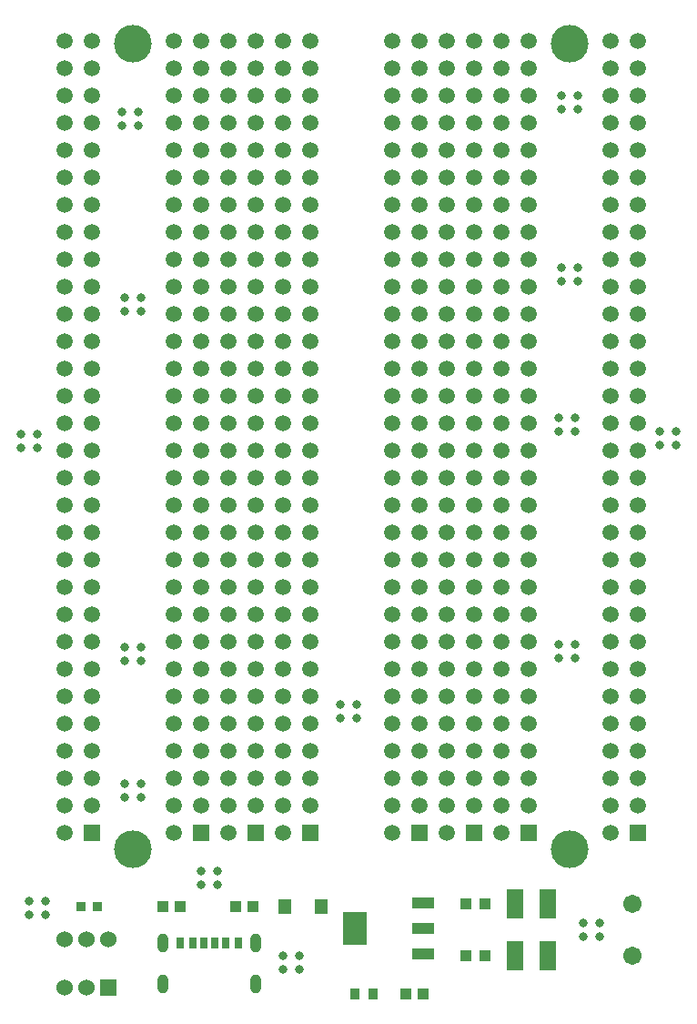
<source format=gts>
G04*
G04 #@! TF.GenerationSoftware,Altium Limited,Altium Designer,21.3.2 (30)*
G04*
G04 Layer_Color=8388736*
%FSLAX25Y25*%
%MOIN*%
G70*
G04*
G04 #@! TF.SameCoordinates,2023AB48-87E7-4F87-960C-B21D90223C06*
G04*
G04*
G04 #@! TF.FilePolarity,Negative*
G04*
G01*
G75*
%ADD17R,0.06437X0.10630*%
%ADD18C,0.05906*%
%ADD19R,0.03937X0.04331*%
%ADD20R,0.04724X0.05512*%
%ADD21R,0.03543X0.03937*%
%ADD22R,0.08000X0.04000*%
%ADD23R,0.09000X0.12000*%
%ADD24R,0.03175X0.03402*%
%ADD25R,0.03150X0.03937*%
%ADD26C,0.06709*%
%ADD27R,0.05906X0.05906*%
%ADD28C,0.13780*%
%ADD29R,0.06000X0.06000*%
%ADD30C,0.06000*%
%ADD31O,0.03937X0.07087*%
%ADD32C,0.03150*%
D17*
X198000Y21000D02*
D03*
X186051D02*
D03*
X197949Y40000D02*
D03*
X186000D02*
D03*
D18*
X81000Y306000D02*
D03*
X91000D02*
D03*
X81000Y296000D02*
D03*
X91000D02*
D03*
X81000Y286000D02*
D03*
X91000D02*
D03*
X81000Y276000D02*
D03*
X91000D02*
D03*
X81000Y266000D02*
D03*
X91000D02*
D03*
X81000Y256000D02*
D03*
X91000D02*
D03*
X81000Y246000D02*
D03*
X91000D02*
D03*
X81000Y236000D02*
D03*
X91000D02*
D03*
X81000Y226000D02*
D03*
X91000D02*
D03*
X81000Y216000D02*
D03*
X91000D02*
D03*
X81000Y206000D02*
D03*
X91000D02*
D03*
X81000Y196000D02*
D03*
X91000D02*
D03*
X81000Y186000D02*
D03*
X91000D02*
D03*
X81000Y176000D02*
D03*
X91000D02*
D03*
X81000Y166000D02*
D03*
X91000D02*
D03*
X81000Y156000D02*
D03*
X91000D02*
D03*
X81000Y146000D02*
D03*
X91000D02*
D03*
X81000Y136000D02*
D03*
X91000D02*
D03*
X81000Y126000D02*
D03*
X91000D02*
D03*
X81000Y116000D02*
D03*
X91000D02*
D03*
X81000Y106000D02*
D03*
X91000D02*
D03*
X81000Y96000D02*
D03*
X91000D02*
D03*
X81000Y86000D02*
D03*
X91000D02*
D03*
X81000Y76000D02*
D03*
X91000D02*
D03*
X81000Y66000D02*
D03*
Y356000D02*
D03*
X91000D02*
D03*
X81000Y346000D02*
D03*
X91000D02*
D03*
X81000Y336000D02*
D03*
X91000D02*
D03*
X81000Y326000D02*
D03*
X91000D02*
D03*
X81000Y316000D02*
D03*
X91000D02*
D03*
X231000D02*
D03*
X221000D02*
D03*
X231000Y326000D02*
D03*
X221000D02*
D03*
X231000Y336000D02*
D03*
X221000D02*
D03*
X231000Y346000D02*
D03*
X221000D02*
D03*
X231000Y356000D02*
D03*
X221000D02*
D03*
Y66000D02*
D03*
X231000Y76000D02*
D03*
X221000D02*
D03*
X231000Y86000D02*
D03*
X221000D02*
D03*
X231000Y96000D02*
D03*
X221000D02*
D03*
X231000Y106000D02*
D03*
X221000D02*
D03*
X231000Y116000D02*
D03*
X221000D02*
D03*
X231000Y126000D02*
D03*
X221000D02*
D03*
X231000Y136000D02*
D03*
X221000D02*
D03*
X231000Y146000D02*
D03*
X221000D02*
D03*
X231000Y156000D02*
D03*
X221000D02*
D03*
X231000Y166000D02*
D03*
X221000D02*
D03*
X231000Y176000D02*
D03*
X221000D02*
D03*
X231000Y186000D02*
D03*
X221000D02*
D03*
X231000Y196000D02*
D03*
X221000D02*
D03*
X231000Y206000D02*
D03*
X221000D02*
D03*
X231000Y216000D02*
D03*
X221000D02*
D03*
X231000Y226000D02*
D03*
X221000D02*
D03*
X231000Y236000D02*
D03*
X221000D02*
D03*
X231000Y246000D02*
D03*
X221000D02*
D03*
X231000Y256000D02*
D03*
X221000D02*
D03*
X231000Y266000D02*
D03*
X221000D02*
D03*
X231000Y276000D02*
D03*
X221000D02*
D03*
X231000Y286000D02*
D03*
X221000D02*
D03*
X231000Y296000D02*
D03*
X221000D02*
D03*
X231000Y306000D02*
D03*
X221000D02*
D03*
X191000Y316000D02*
D03*
X181000D02*
D03*
X191000Y326000D02*
D03*
X181000D02*
D03*
X191000Y336000D02*
D03*
X181000D02*
D03*
X191000Y346000D02*
D03*
X181000D02*
D03*
X191000Y356000D02*
D03*
X181000D02*
D03*
Y66000D02*
D03*
X191000Y76000D02*
D03*
X181000D02*
D03*
X191000Y86000D02*
D03*
X181000D02*
D03*
X191000Y96000D02*
D03*
X181000D02*
D03*
X191000Y106000D02*
D03*
X181000D02*
D03*
X191000Y116000D02*
D03*
X181000D02*
D03*
X191000Y126000D02*
D03*
X181000D02*
D03*
X191000Y136000D02*
D03*
X181000D02*
D03*
X191000Y146000D02*
D03*
X181000D02*
D03*
X191000Y156000D02*
D03*
X181000D02*
D03*
X191000Y166000D02*
D03*
X181000D02*
D03*
X191000Y176000D02*
D03*
X181000D02*
D03*
X191000Y186000D02*
D03*
X181000D02*
D03*
X191000Y196000D02*
D03*
X181000D02*
D03*
X191000Y206000D02*
D03*
X181000D02*
D03*
X191000Y216000D02*
D03*
X181000D02*
D03*
X191000Y226000D02*
D03*
X181000D02*
D03*
X191000Y236000D02*
D03*
X181000D02*
D03*
X191000Y246000D02*
D03*
X181000D02*
D03*
X191000Y256000D02*
D03*
X181000D02*
D03*
X191000Y266000D02*
D03*
X181000D02*
D03*
X191000Y276000D02*
D03*
X181000D02*
D03*
X191000Y286000D02*
D03*
X181000D02*
D03*
X191000Y296000D02*
D03*
X181000D02*
D03*
X191000Y306000D02*
D03*
X181000D02*
D03*
X171000Y316000D02*
D03*
X161000D02*
D03*
X171000Y326000D02*
D03*
X161000D02*
D03*
X171000Y336000D02*
D03*
X161000D02*
D03*
X171000Y346000D02*
D03*
X161000D02*
D03*
X171000Y356000D02*
D03*
X161000D02*
D03*
Y66000D02*
D03*
X171000Y76000D02*
D03*
X161000D02*
D03*
X171000Y86000D02*
D03*
X161000D02*
D03*
X171000Y96000D02*
D03*
X161000D02*
D03*
X171000Y106000D02*
D03*
X161000D02*
D03*
X171000Y116000D02*
D03*
X161000D02*
D03*
X171000Y126000D02*
D03*
X161000D02*
D03*
X171000Y136000D02*
D03*
X161000D02*
D03*
X171000Y146000D02*
D03*
X161000D02*
D03*
X171000Y156000D02*
D03*
X161000D02*
D03*
X171000Y166000D02*
D03*
X161000D02*
D03*
X171000Y176000D02*
D03*
X161000D02*
D03*
X171000Y186000D02*
D03*
X161000D02*
D03*
X171000Y196000D02*
D03*
X161000D02*
D03*
X171000Y206000D02*
D03*
X161000D02*
D03*
X171000Y216000D02*
D03*
X161000D02*
D03*
X171000Y226000D02*
D03*
X161000D02*
D03*
X171000Y236000D02*
D03*
X161000D02*
D03*
X171000Y246000D02*
D03*
X161000D02*
D03*
X171000Y256000D02*
D03*
X161000D02*
D03*
X171000Y266000D02*
D03*
X161000D02*
D03*
X171000Y276000D02*
D03*
X161000D02*
D03*
X171000Y286000D02*
D03*
X161000D02*
D03*
X171000Y296000D02*
D03*
X161000D02*
D03*
X171000Y306000D02*
D03*
X161000D02*
D03*
X151000Y316000D02*
D03*
X141000D02*
D03*
X151000Y326000D02*
D03*
X141000D02*
D03*
X151000Y336000D02*
D03*
X141000D02*
D03*
X151000Y346000D02*
D03*
X141000D02*
D03*
X151000Y356000D02*
D03*
X141000D02*
D03*
Y66000D02*
D03*
X151000Y76000D02*
D03*
X141000D02*
D03*
X151000Y86000D02*
D03*
X141000D02*
D03*
X151000Y96000D02*
D03*
X141000D02*
D03*
X151000Y106000D02*
D03*
X141000D02*
D03*
X151000Y116000D02*
D03*
X141000D02*
D03*
X151000Y126000D02*
D03*
X141000D02*
D03*
X151000Y136000D02*
D03*
X141000D02*
D03*
X151000Y146000D02*
D03*
X141000D02*
D03*
X151000Y156000D02*
D03*
X141000D02*
D03*
X151000Y166000D02*
D03*
X141000D02*
D03*
X151000Y176000D02*
D03*
X141000D02*
D03*
X151000Y186000D02*
D03*
X141000D02*
D03*
X151000Y196000D02*
D03*
X141000D02*
D03*
X151000Y206000D02*
D03*
X141000D02*
D03*
X151000Y216000D02*
D03*
X141000D02*
D03*
X151000Y226000D02*
D03*
X141000D02*
D03*
X151000Y236000D02*
D03*
X141000D02*
D03*
X151000Y246000D02*
D03*
X141000D02*
D03*
X151000Y256000D02*
D03*
X141000D02*
D03*
X151000Y266000D02*
D03*
X141000D02*
D03*
X151000Y276000D02*
D03*
X141000D02*
D03*
X151000Y286000D02*
D03*
X141000D02*
D03*
X151000Y296000D02*
D03*
X141000D02*
D03*
X151000Y306000D02*
D03*
X141000D02*
D03*
X111000Y316000D02*
D03*
X101000D02*
D03*
X111000Y326000D02*
D03*
X101000D02*
D03*
X111000Y336000D02*
D03*
X101000D02*
D03*
X111000Y346000D02*
D03*
X101000D02*
D03*
X111000Y356000D02*
D03*
X101000D02*
D03*
Y66000D02*
D03*
X111000Y76000D02*
D03*
X101000D02*
D03*
X111000Y86000D02*
D03*
X101000D02*
D03*
X111000Y96000D02*
D03*
X101000D02*
D03*
X111000Y106000D02*
D03*
X101000D02*
D03*
X111000Y116000D02*
D03*
X101000D02*
D03*
X111000Y126000D02*
D03*
X101000D02*
D03*
X111000Y136000D02*
D03*
X101000D02*
D03*
X111000Y146000D02*
D03*
X101000D02*
D03*
X111000Y156000D02*
D03*
X101000D02*
D03*
X111000Y166000D02*
D03*
X101000D02*
D03*
X111000Y176000D02*
D03*
X101000D02*
D03*
X111000Y186000D02*
D03*
X101000D02*
D03*
X111000Y196000D02*
D03*
X101000D02*
D03*
X111000Y206000D02*
D03*
X101000D02*
D03*
X111000Y216000D02*
D03*
X101000D02*
D03*
X111000Y226000D02*
D03*
X101000D02*
D03*
X111000Y236000D02*
D03*
X101000D02*
D03*
X111000Y246000D02*
D03*
X101000D02*
D03*
X111000Y256000D02*
D03*
X101000D02*
D03*
X111000Y266000D02*
D03*
X101000D02*
D03*
X111000Y276000D02*
D03*
X101000D02*
D03*
X111000Y286000D02*
D03*
X101000D02*
D03*
X111000Y296000D02*
D03*
X101000D02*
D03*
X111000Y306000D02*
D03*
X101000D02*
D03*
X71000Y316000D02*
D03*
X61000D02*
D03*
X71000Y326000D02*
D03*
X61000D02*
D03*
X71000Y336000D02*
D03*
X61000D02*
D03*
X71000Y346000D02*
D03*
X61000D02*
D03*
X71000Y356000D02*
D03*
X61000D02*
D03*
Y66000D02*
D03*
X71000Y76000D02*
D03*
X61000D02*
D03*
X71000Y86000D02*
D03*
X61000D02*
D03*
X71000Y96000D02*
D03*
X61000D02*
D03*
X71000Y106000D02*
D03*
X61000D02*
D03*
X71000Y116000D02*
D03*
X61000D02*
D03*
X71000Y126000D02*
D03*
X61000D02*
D03*
X71000Y136000D02*
D03*
X61000D02*
D03*
X71000Y146000D02*
D03*
X61000D02*
D03*
X71000Y156000D02*
D03*
X61000D02*
D03*
X71000Y166000D02*
D03*
X61000D02*
D03*
X71000Y176000D02*
D03*
X61000D02*
D03*
X71000Y186000D02*
D03*
X61000D02*
D03*
X71000Y196000D02*
D03*
X61000D02*
D03*
X71000Y206000D02*
D03*
X61000D02*
D03*
X71000Y216000D02*
D03*
X61000D02*
D03*
X71000Y226000D02*
D03*
X61000D02*
D03*
X71000Y236000D02*
D03*
X61000D02*
D03*
X71000Y246000D02*
D03*
X61000D02*
D03*
X71000Y256000D02*
D03*
X61000D02*
D03*
X71000Y266000D02*
D03*
X61000D02*
D03*
X71000Y276000D02*
D03*
X61000D02*
D03*
X71000Y286000D02*
D03*
X61000D02*
D03*
X71000Y296000D02*
D03*
X61000D02*
D03*
X71000Y306000D02*
D03*
X61000D02*
D03*
X31000Y316000D02*
D03*
X21000D02*
D03*
X31000Y326000D02*
D03*
X21000D02*
D03*
X31000Y336000D02*
D03*
X21000D02*
D03*
X31000Y346000D02*
D03*
X21000D02*
D03*
X31000Y356000D02*
D03*
X21000D02*
D03*
Y66000D02*
D03*
X31000Y76000D02*
D03*
X21000D02*
D03*
X31000Y86000D02*
D03*
X21000D02*
D03*
X31000Y96000D02*
D03*
X21000D02*
D03*
X31000Y106000D02*
D03*
X21000D02*
D03*
X31000Y116000D02*
D03*
X21000D02*
D03*
X31000Y126000D02*
D03*
X21000D02*
D03*
X31000Y136000D02*
D03*
X21000D02*
D03*
X31000Y146000D02*
D03*
X21000D02*
D03*
X31000Y156000D02*
D03*
X21000D02*
D03*
X31000Y166000D02*
D03*
X21000D02*
D03*
X31000Y176000D02*
D03*
X21000D02*
D03*
X31000Y186000D02*
D03*
X21000D02*
D03*
X31000Y196000D02*
D03*
X21000D02*
D03*
X31000Y206000D02*
D03*
X21000D02*
D03*
X31000Y216000D02*
D03*
X21000D02*
D03*
X31000Y226000D02*
D03*
X21000D02*
D03*
X31000Y236000D02*
D03*
X21000D02*
D03*
X31000Y246000D02*
D03*
X21000D02*
D03*
X31000Y256000D02*
D03*
X21000D02*
D03*
X31000Y266000D02*
D03*
X21000D02*
D03*
X31000Y276000D02*
D03*
X21000D02*
D03*
X31000Y286000D02*
D03*
X21000D02*
D03*
X31000Y296000D02*
D03*
X21000D02*
D03*
X31000Y306000D02*
D03*
X21000D02*
D03*
D19*
X175000Y21000D02*
D03*
X167913D02*
D03*
X167914Y40000D02*
D03*
X175000D02*
D03*
X152298Y7000D02*
D03*
X146000D02*
D03*
X57000Y39000D02*
D03*
X63299Y39000D02*
D03*
X90000Y39000D02*
D03*
X83701D02*
D03*
D20*
X115000D02*
D03*
X101614D02*
D03*
D21*
X127307Y7000D02*
D03*
X134000Y7000D02*
D03*
D22*
X152500Y21700D02*
D03*
Y40300D02*
D03*
Y31000D02*
D03*
D23*
X127500D02*
D03*
D24*
X27069Y39000D02*
D03*
X33000Y39000D02*
D03*
D25*
X84630Y25480D02*
D03*
X79905D02*
D03*
X75968D02*
D03*
X72031D02*
D03*
X68094D02*
D03*
X63370D02*
D03*
D26*
X229000Y21000D02*
D03*
Y40000D02*
D03*
D27*
X91000Y66000D02*
D03*
X231000D02*
D03*
X191000D02*
D03*
X171000D02*
D03*
X151000D02*
D03*
X111000D02*
D03*
X71000D02*
D03*
X31000D02*
D03*
D28*
X46000Y60000D02*
D03*
X206000D02*
D03*
Y355000D02*
D03*
X46000D02*
D03*
D29*
X36874Y9142D02*
D03*
D30*
X29000D02*
D03*
X21126D02*
D03*
Y26858D02*
D03*
X29000D02*
D03*
X36874D02*
D03*
D31*
X91008Y25480D02*
D03*
Y10520D02*
D03*
X56992D02*
D03*
Y25480D02*
D03*
D32*
X8000Y41000D02*
D03*
Y36000D02*
D03*
X14000Y41000D02*
D03*
Y36000D02*
D03*
X71000Y52000D02*
D03*
Y47000D02*
D03*
X77000Y52000D02*
D03*
Y47000D02*
D03*
X211000Y33000D02*
D03*
Y28000D02*
D03*
X217000Y33000D02*
D03*
Y28000D02*
D03*
X100846Y21015D02*
D03*
Y16015D02*
D03*
X106846Y21015D02*
D03*
Y16015D02*
D03*
X122000Y113000D02*
D03*
Y108000D02*
D03*
X128000Y113000D02*
D03*
Y108000D02*
D03*
X239000Y213000D02*
D03*
Y208000D02*
D03*
X245000Y213000D02*
D03*
Y208000D02*
D03*
X5000Y212000D02*
D03*
Y207000D02*
D03*
X11000Y212000D02*
D03*
Y207000D02*
D03*
X202000Y135000D02*
D03*
Y130000D02*
D03*
X208000Y135000D02*
D03*
Y130000D02*
D03*
X202000Y218000D02*
D03*
Y213000D02*
D03*
X208000Y218000D02*
D03*
Y213000D02*
D03*
X203000Y273000D02*
D03*
Y268000D02*
D03*
X209000Y273000D02*
D03*
Y268000D02*
D03*
X203000Y336000D02*
D03*
Y331000D02*
D03*
X209000Y336000D02*
D03*
Y331000D02*
D03*
X42000Y330000D02*
D03*
Y325000D02*
D03*
X48000Y330000D02*
D03*
Y325000D02*
D03*
X43000Y262000D02*
D03*
Y257000D02*
D03*
X49000Y262000D02*
D03*
Y257000D02*
D03*
X43000Y134000D02*
D03*
Y129000D02*
D03*
X49000Y134000D02*
D03*
Y129000D02*
D03*
Y79000D02*
D03*
Y84000D02*
D03*
X43000Y79000D02*
D03*
Y84000D02*
D03*
M02*

</source>
